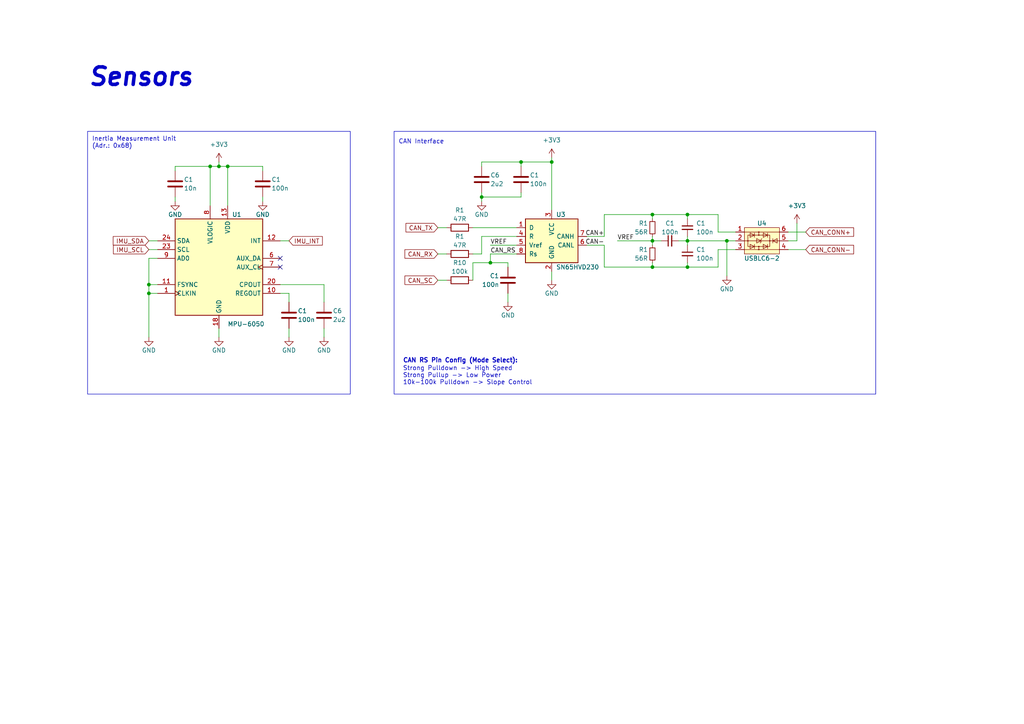
<source format=kicad_sch>
(kicad_sch (version 20230121) (generator eeschema)
  (paper "A4")
  (title_block (title "Sensors") (date "2023-08-02") (rev "R1") (company "s-grundner"))
  (lib_symbols
    (symbol "Device:C" (pin_numbers hide) (pin_names (offset 0.254))
      (property "Reference" "C" (at 0.635 2.54 0))
      (property "Value" "C" (at 0.635 -2.54 0))
      (symbol "C_0_1"
        (polyline (pts (xy -2.032 -0.762) (xy 2.032 -0.762)) (stroke (width 0.508)))
        (polyline (pts (xy -2.032 0.762) (xy 2.032 0.762)) (stroke (width 0.508)))
      )
      (symbol "C_1_1"
        (pin passive line (at 0 3.81 270) (length 2.794) (name "~") (number "1"))
        (pin passive line (at 0 -3.81 90) (length 2.794) (name "~") (number "2"))
      )
    )
    (symbol "Device:C_Small" (pin_numbers hide) (pin_names (offset 0.254) hide)
      (property "Reference" "C" (at 0.254 1.778 0))
      (property "Value" "C_Small" (at 0.254 -2.032 0))
      (symbol "C_Small_0_1"
        (polyline (pts (xy -1.524 -0.508) (xy 1.524 -0.508)) (stroke (width 0.3302)))
        (polyline (pts (xy -1.524 0.508) (xy 1.524 0.508)) (stroke (width 0.3048)))
      )
      (symbol "C_Small_1_1"
        (pin passive line (at 0 2.54 270) (length 2.032) (name "~") (number "1"))
        (pin passive line (at 0 -2.54 90) (length 2.032) (name "~") (number "2"))
      )
    )
    (symbol "Device:R" (pin_numbers hide) (pin_names (offset 0))
      (property "Reference" "R" (at 2.032 0 90))
      (property "Value" "R" (at 0 0 90))
      (symbol "R_0_1"
        (rectangle (start -1.016 -2.54) (end 1.016 2.54) (stroke (width 0.254)))
      )
      (symbol "R_1_1"
        (pin passive line (at 0 3.81 270) (length 1.27) (name "~") (number "1"))
        (pin passive line (at 0 -3.81 90) (length 1.27) (name "~") (number "2"))
      )
    )
    (symbol "Device:R_Small" (pin_numbers hide) (pin_names (offset 0.254) hide)
      (property "Reference" "R" (at 0.762 0.508 0))
      (property "Value" "R_Small" (at 0.762 -1.016 0))
      (symbol "R_Small_0_1"
        (rectangle (start -0.762 1.778) (end 0.762 -1.778) (stroke (width 0.2032)))
      )
      (symbol "R_Small_1_1"
        (pin passive line (at 0 2.54 270) (length 0.762) (name "~") (number "1"))
        (pin passive line (at 0 -2.54 90) (length 0.762) (name "~") (number "2"))
      )
    )
    (symbol "Interface_CAN_LIN:SN65HVD230" (pin_names (offset 1.016))
      (property "Reference" "U" (at -2.54 10.16 0))
      (property "Value" "SN65HVD230" (at -2.54 7.62 0))
      (symbol "SN65HVD230_0_1"
        (rectangle (start -7.62 5.08) (end 7.62 -7.62) (stroke (width 0.254)) (fill (type background)))
      )
      (symbol "SN65HVD230_1_1"
        (pin input line (at -10.16 2.54 0) (length 2.54) (name "D") (number "1"))
        (pin power_in line (at 0 -10.16 90) (length 2.54) (name "GND") (number "2"))
        (pin power_in line (at 0 7.62 270) (length 2.54) (name "VCC") (number "3"))
        (pin output line (at -10.16 0 0) (length 2.54) (name "R") (number "4"))
        (pin output line (at -10.16 -2.54 0) (length 2.54) (name "Vref") (number "5"))
        (pin bidirectional line (at 10.16 -2.54 180) (length 2.54) (name "CANL") (number "6"))
        (pin bidirectional line (at 10.16 0 180) (length 2.54) (name "CANH") (number "7"))
        (pin input line (at -10.16 -5.08 0) (length 2.54) (name "Rs") (number "8"))
      )
    )
    (symbol "Power_Protection:WE-TVS-82400102"
      (property "Reference" "U" (at 0 7.62 0))
      (property "Value" "WE-TVS-82400102" (at 0 5.08 0))
      (symbol "WE-TVS-82400102_0_1"
        (rectangle (start -5.08 3.81) (end 5.08 -3.81) (fill (type background)))
        (circle (center -4.064 0) (radius 0.127))
        (rectangle (start -4.064 1.651) (end 2.286 -1.651))
        (circle (center -0.889 -2.54) (radius 0.127))
        (circle (center -0.889 -1.651) (radius 0.127))
        (circle (center -0.889 1.651) (radius 0.127))
        (circle (center -0.889 2.54) (radius 0.127))
        (polyline (pts (xy -5.08 -2.54) (xy 5.08 -2.54)))
        (polyline (pts (xy -5.08 2.54) (xy 5.08 2.54)))
        (polyline (pts (xy -4.064 0) (xy -5.08 0)))
        (polyline (pts (xy -4.064 0) (xy 2.286 0)) (fill (type outline)))
        (polyline (pts (xy -2.159 -1.016) (xy -2.159 -2.286)))
        (polyline (pts (xy -2.159 2.286) (xy -2.159 1.016)))
        (polyline (pts (xy -0.889 -1.651) (xy -0.889 -2.413)))
        (polyline (pts (xy -0.889 1.651) (xy -0.889 2.54)))
        (polyline (pts (xy -0.508 -0.635) (xy -0.508 -0.635)))
        (polyline (pts (xy 1.651 -1.016) (xy 1.651 -2.286)))
        (polyline (pts (xy 1.651 2.286) (xy 1.651 1.016)))
        (polyline (pts (xy 2.286 0) (xy 5.08 0)))
        (polyline (pts (xy -3.429 -1.016) (xy -3.429 -2.286) (xy -2.159 -1.651) (xy -3.429 -1.016)))
        (polyline (pts (xy -3.429 1.016) (xy -3.429 2.286) (xy -2.159 1.651) (xy -3.429 1.016)))
        (polyline (pts (xy 0 0.635) (xy -0.254 0.381) (xy -0.254 -0.381) (xy -0.508 -0.635)))
        (polyline (pts (xy 0.381 -1.016) (xy 0.381 -2.286) (xy 1.651 -1.651) (xy 0.381 -1.016)))
        (polyline (pts (xy 0.381 1.016) (xy 0.381 2.286) (xy 1.651 1.651) (xy 0.381 1.016)))
        (circle (center 2.286 0) (radius 0.127))
      )
      (symbol "WE-TVS-82400102_1_1"
        (polyline (pts (xy 3.175 0.635) (xy 3.175 -0.635)))
        (polyline (pts (xy -1.524 0.635) (xy -1.524 -0.635) (xy -0.254 0) (xy -1.524 0.635)))
        (polyline (pts (xy 4.445 0.635) (xy 4.445 -0.635) (xy 3.175 0) (xy 4.445 0.635)))
        (pin passive line (at -7.62 2.54 0) (length 2.54) (name "~") (number "1"))
        (pin passive line (at -7.62 0 0) (length 2.54) (name "~") (number "2"))
        (pin passive line (at -7.62 -2.54 0) (length 2.54) (name "~") (number "3"))
        (pin passive line (at 7.62 -2.54 180) (length 2.54) (name "~") (number "4"))
        (pin passive line (at 7.62 0 180) (length 2.54) (name "~") (number "5"))
        (pin passive line (at 7.62 2.54 180) (length 2.54) (name "~") (number "6"))
      )
    )
    (symbol "Sensor_Motion:MPU-6050"
      (property "Reference" "U" (at -11.43 13.97 0))
      (property "Value" "MPU-6050" (at 7.62 -15.24 0))
      (symbol "MPU-6050_0_0"
        (text "" (at 12.7 -2.54 0) (effects (font (size 1.27 1.27))))
      )
      (symbol "MPU-6050_0_1"
        (rectangle (start -12.7 13.97) (end 12.7 -13.97) (stroke (width 0.254)) (fill (type background)))
      )
      (symbol "MPU-6050_1_1"
        (pin input clock (at -17.78 -7.62 0) (length 5.08) (name "CLKIN") (number "1"))
        (pin passive line (at 17.78 -7.62 180) (length 5.08) (name "REGOUT") (number "10"))
        (pin input line (at -17.78 -5.08 0) (length 5.08) (name "FSYNC") (number "11"))
        (pin output line (at 17.78 7.62 180) (length 5.08) (name "INT") (number "12"))
        (pin power_in line (at 2.54 17.78 270) (length 3.81) (name "VDD") (number "13"))
        (pin no_connect line (at -12.7 -10.16 0) (length 2.54) hide (name "NC") (number "14"))
        (pin no_connect line (at 12.7 12.7 180) (length 2.54) hide (name "NC") (number "15"))
        (pin no_connect line (at 12.7 10.16 180) (length 2.54) hide (name "NC") (number "16"))
        (pin no_connect line (at 12.7 5.08 180) (length 2.54) hide (name "NC") (number "17"))
        (pin power_in line (at 0 -17.78 90) (length 3.81) (name "GND") (number "18"))
        (pin no_connect line (at 12.7 -10.16 180) (length 2.54) hide (name "RESV") (number "19"))
        (pin no_connect line (at -12.7 12.7 0) (length 2.54) hide (name "NC") (number "2"))
        (pin passive line (at 17.78 -5.08 180) (length 5.08) (name "CPOUT") (number "20"))
        (pin no_connect line (at 12.7 -2.54 180) (length 2.54) hide (name "RESV") (number "21"))
        (pin no_connect line (at 12.7 -12.7 180) (length 2.54) hide (name "RESV") (number "22"))
        (pin input line (at -17.78 5.08 0) (length 5.08) (name "SCL") (number "23"))
        (pin bidirectional line (at -17.78 7.62 0) (length 5.08) (name "SDA") (number "24"))
        (pin no_connect line (at -12.7 10.16 0) (length 2.54) hide (name "NC") (number "3"))
        (pin no_connect line (at -12.7 0 0) (length 2.54) hide (name "NC") (number "4"))
        (pin no_connect line (at -12.7 -2.54 0) (length 2.54) hide (name "NC") (number "5"))
        (pin bidirectional line (at 17.78 2.54 180) (length 5.08) (name "AUX_DA") (number "6"))
        (pin output clock (at 17.78 0 180) (length 5.08) (name "AUX_CL") (number "7"))
        (pin power_in line (at -2.54 17.78 270) (length 3.81) (name "VLOGIC") (number "8"))
        (pin input line (at -17.78 2.54 0) (length 5.08) (name "AD0") (number "9"))
      )
    )
    (symbol "power:+3V3" (power) (pin_names (offset 0))
      (property "Value" "+3V3" (at 0 3.556 0))
      (symbol "+3V3_0_1"
        (polyline (pts (xy -0.762 1.27) (xy 0 2.54)))
        (polyline (pts (xy 0 0) (xy 0 2.54)))
        (polyline (pts (xy 0 2.54) (xy 0.762 1.27)))
      )
      (symbol "+3V3_1_1"
        (pin power_in line (at 0 0 90) (length 0) hide (name "+3V3") (number "1"))
      )
    )
    (symbol "power:GND" (power) (pin_names (offset 0))
      (property "Value" "GND" (at 0 -3.81 0))
      (symbol "GND_0_1"
        (polyline (pts (xy 0 0) (xy 0 -1.27) (xy 1.27 -1.27) (xy 0 -2.54) (xy -1.27 -1.27) (xy 0 -1.27)))
      )
      (symbol "GND_1_1"
        (pin power_in line (at 0 0 270) (length 0) hide (name "GND") (number "1"))
      )
    )
  )
  (junction (at 199.39 69.85))
  (junction (at 139.7 57.15))
  (junction (at 43.18 82.55))
  (junction (at 142.24 76.2))
  (junction (at 189.23 77.47))
  (junction (at 199.39 62.23))
  (junction (at 43.18 85.09))
  (junction (at 210.82 69.85))
  (junction (at 66.04 48.26))
  (junction (at 189.23 69.85))
  (junction (at 151.13 46.99))
  (junction (at 199.39 77.47))
  (junction (at 189.23 62.23))
  (junction (at 160.02 46.99))
  (junction (at 60.96 48.26))
  (junction (at 63.5 48.26))
  (no_connect (at 81.28 74.93))
  (no_connect (at 81.28 77.47))
  (wire (pts (xy 137.16 76.2) (xy 142.24 76.2)))
  (wire (pts (xy 160.02 46.99) (xy 160.02 60.96)))
  (wire (pts (xy 139.7 58.42) (xy 139.7 57.15)))
  (wire (pts (xy 228.6 72.39) (xy 233.68 72.39)))
  (wire (pts (xy 175.26 77.47) (xy 189.23 77.47)))
  (wire (pts (xy 175.26 71.12) (xy 175.26 77.47)))
  (wire (pts (xy 228.6 69.85) (xy 231.14 69.85)))
  (wire (pts (xy 208.28 67.31) (xy 208.28 62.23)))
  (wire (pts (xy 63.5 46.99) (xy 63.5 48.26)))
  (wire (pts (xy 199.39 69.85) (xy 210.82 69.85)))
  (wire (pts (xy 213.36 67.31) (xy 208.28 67.31)))
  (wire (pts (xy 76.2 48.26) (xy 66.04 48.26)))
  (wire (pts (xy 208.28 72.39) (xy 213.36 72.39)))
  (wire (pts (xy 83.82 97.79) (xy 83.82 95.25)))
  (wire (pts (xy 228.6 67.31) (xy 233.68 67.31)))
  (wire (pts (xy 149.86 68.58) (xy 139.7 68.58)))
  (wire (pts (xy 43.18 82.55) (xy 45.72 82.55)))
  (wire (pts (xy 142.24 76.2) (xy 147.32 76.2)))
  (wire (pts (xy 189.23 62.23) (xy 199.39 62.23)))
  (wire (pts (xy 50.8 57.15) (xy 50.8 58.42)))
  (wire (pts (xy 43.18 85.09) (xy 43.18 82.55)))
  (wire (pts (xy 208.28 77.47) (xy 208.28 72.39)))
  (wire (pts (xy 151.13 46.99) (xy 151.13 48.26)))
  (wire (pts (xy 43.18 69.85) (xy 45.72 69.85)))
  (wire (pts (xy 139.7 57.15) (xy 139.7 55.88)))
  (wire (pts (xy 142.24 71.12) (xy 149.86 71.12)))
  (wire (pts (xy 210.82 69.85) (xy 210.82 80.01)))
  (wire (pts (xy 179.07 69.85) (xy 189.23 69.85)))
  (wire (pts (xy 45.72 74.93) (xy 43.18 74.93)))
  (wire (pts (xy 50.8 48.26) (xy 50.8 49.53)))
  (wire (pts (xy 63.5 48.26) (xy 60.96 48.26)))
  (wire (pts (xy 199.39 62.23) (xy 208.28 62.23)))
  (wire (pts (xy 139.7 68.58) (xy 139.7 73.66)))
  (wire (pts (xy 60.96 48.26) (xy 60.96 59.69)))
  (wire (pts (xy 93.98 95.25) (xy 93.98 97.79)))
  (wire (pts (xy 43.18 85.09) (xy 43.18 97.79)))
  (wire (pts (xy 137.16 66.04) (xy 149.86 66.04)))
  (wire (pts (xy 170.18 68.58) (xy 175.26 68.58)))
  (wire (pts (xy 139.7 57.15) (xy 151.13 57.15)))
  (wire (pts (xy 199.39 77.47) (xy 208.28 77.47)))
  (wire (pts (xy 139.7 73.66) (xy 137.16 73.66)))
  (wire (pts (xy 189.23 77.47) (xy 199.39 77.47)))
  (wire (pts (xy 66.04 48.26) (xy 66.04 59.69)))
  (wire (pts (xy 83.82 85.09) (xy 83.82 87.63)))
  (wire (pts (xy 160.02 45.72) (xy 160.02 46.99)))
  (wire (pts (xy 127 81.28) (xy 129.54 81.28)))
  (wire (pts (xy 137.16 81.28) (xy 137.16 76.2)))
  (wire (pts (xy 199.39 69.85) (xy 199.39 71.12)))
  (wire (pts (xy 151.13 55.88) (xy 151.13 57.15)))
  (wire (pts (xy 175.26 62.23) (xy 189.23 62.23)))
  (wire (pts (xy 189.23 69.85) (xy 191.77 69.85)))
  (wire (pts (xy 127 73.66) (xy 129.54 73.66)))
  (wire (pts (xy 142.24 73.66) (xy 142.24 76.2)))
  (wire (pts (xy 189.23 68.58) (xy 189.23 69.85)))
  (wire (pts (xy 50.8 48.26) (xy 60.96 48.26)))
  (wire (pts (xy 210.82 69.85) (xy 213.36 69.85)))
  (wire (pts (xy 45.72 85.09) (xy 43.18 85.09)))
  (wire (pts (xy 196.85 69.85) (xy 199.39 69.85)))
  (wire (pts (xy 175.26 68.58) (xy 175.26 62.23)))
  (wire (pts (xy 139.7 46.99) (xy 151.13 46.99)))
  (wire (pts (xy 189.23 76.2) (xy 189.23 77.47)))
  (wire (pts (xy 66.04 48.26) (xy 63.5 48.26)))
  (wire (pts (xy 170.18 71.12) (xy 175.26 71.12)))
  (wire (pts (xy 76.2 48.26) (xy 76.2 49.53)))
  (wire (pts (xy 76.2 57.15) (xy 76.2 58.42)))
  (wire (pts (xy 81.28 82.55) (xy 93.98 82.55)))
  (wire (pts (xy 147.32 87.63) (xy 147.32 85.09)))
  (wire (pts (xy 83.82 69.85) (xy 81.28 69.85)))
  (wire (pts (xy 43.18 72.39) (xy 45.72 72.39)))
  (wire (pts (xy 43.18 74.93) (xy 43.18 82.55)))
  (wire (pts (xy 160.02 46.99) (xy 151.13 46.99)))
  (wire (pts (xy 139.7 46.99) (xy 139.7 48.26)))
  (wire (pts (xy 231.14 64.77) (xy 231.14 69.85)))
  (wire (pts (xy 63.5 97.79) (xy 63.5 95.25)))
  (wire (pts (xy 189.23 69.85) (xy 189.23 71.12)))
  (wire (pts (xy 199.39 62.23) (xy 199.39 63.5)))
  (wire (pts (xy 147.32 76.2) (xy 147.32 77.47)))
  (wire (pts (xy 81.28 85.09) (xy 83.82 85.09)))
  (wire (pts (xy 160.02 81.28) (xy 160.02 78.74)))
  (wire (pts (xy 199.39 68.58) (xy 199.39 69.85)))
  (wire (pts (xy 127 66.04) (xy 129.54 66.04)))
  (wire (pts (xy 142.24 73.66) (xy 149.86 73.66)))
  (wire (pts (xy 93.98 82.55) (xy 93.98 87.63)))
  (wire (pts (xy 189.23 62.23) (xy 189.23 63.5)))
  (wire (pts (xy 199.39 76.2) (xy 199.39 77.47)))
  (rectangle (start 114.3 38.1) (end 254 114.3))
  (rectangle (start 25.4 38.1) (end 101.6 114.3))
  (text "CAN RS Pin Config (Mode Select):" (at 116.84 105.41 0) (effects (font (size 1.27 1.27) (thickness 0.254) bold) (justify left bottom)))
  (text "Strong Pulldown -> High Speed\nStrong Pullup -> Low Power\n10k-100k Pulldown -> Slope Control" (at 116.84 111.76 0) (effects (font (size 1.27 1.27)) (justify left bottom)))
  (text "Sensors" (at 25.4 25.4 0) (effects (font (size 5.08 5.08) (thickness 1.016) bold italic) (justify left bottom)))
  (text "Inertia Measurement Unit\n(Adr.: 0x68)" (at 26.67 43.18 0) (effects (font (size 1.27 1.27)) (justify left bottom)))
  (text "CAN Interface" (at 115.57 41.91 0) (effects (font (size 1.27 1.27)) (justify left bottom)))
  (label "CAN+" (at 175.26 68.58 180))
  (label "VREF" (at 179.07 69.85 0))
  (label "CAN_RS" (at 142.24 73.66 0))
  (label "CAN-" (at 175.26 71.12 180))
  (label "VREF" (at 142.24 71.12 0))
  (global_label "IMU_INT" (shape input) (at 83.82 69.85 0) (property "Intersheetrefs" "${INTERSHEET_REFS}" (effects hide)))
  (global_label "CAN_SC" (shape input) (at 127 81.28 180) (property "Intersheetrefs" "${INTERSHEET_REFS}" (effects hide)))
  (global_label "IMU_SCL" (shape input) (at 43.18 72.39 180) (property "Intersheetrefs" "${INTERSHEET_REFS}" (effects hide)))
  (global_label "CAN_RX" (shape input) (at 127 73.66 180) (property "Intersheetrefs" "${INTERSHEET_REFS}" (effects hide)))
  (global_label "CAN_CONN+" (shape input) (at 233.68 67.31 0) (property "Intersheetrefs" "${INTERSHEET_REFS}" (effects hide)))
  (global_label "IMU_SDA" (shape input) (at 43.18 69.85 180) (property "Intersheetrefs" "${INTERSHEET_REFS}" (effects hide)))
  (global_label "CAN_CONN-" (shape input) (at 233.68 72.39 0) (property "Intersheetrefs" "${INTERSHEET_REFS}" (effects hide)))
  (global_label "CAN_TX" (shape input) (at 127 66.04 180) (property "Intersheetrefs" "${INTERSHEET_REFS}" (effects hide)))
  (symbol (lib_id "power:GND") (at 160.02 81.28 0) (unit 1)
    (property "Reference" "#PWR033" (effects hide))
    (property "Value" "GND" (at 160.02 85.09 0))
  )
  (symbol (lib_id "Device:C_Small") (at 199.39 73.66 0) (unit 1)
    (property "Reference" "C1" (at 201.93 72.39 0) (effects (justify left)))
    (property "Value" "100n" (at 201.93 74.93 0) (effects (justify left)))
    (property "Footprint" "Capacitor_SMD:C_0402_1005Metric" (effects hide))
    (property "LCSC Part #" "C1525" (effects hide))
    (property "Dist" "LCSC" (effects hide))
    (instances (project "STM32F4_HexGauge_V3" (path "" (reference "C1") (unit 1)) (path "" (reference "C6") (unit 1)) (path "" (reference "C23") (unit 1))))
  )
  (symbol (lib_id "Device:R_Small") (at 189.23 73.66 180) (unit 1)
    (property "Reference" "R1" (at 187.96 72.39 0) (effects (justify left)))
    (property "Value" "56R" (at 187.96 74.93 0) (effects (justify left)))
    (property "Footprint" "Resistor_SMD:R_0805_2012Metric" (effects hide))
    (property "LCSC Part #" "C17757" (effects hide))
    (property "Dist" "LCSC" (effects hide))
    (instances (project "STM32F4_HexGauge_V3" (path "" (reference "R1") (unit 1)) (path "" (reference "R1") (unit 1)) (path "" (reference "R15") (unit 1))))
  )
  (symbol (lib_id "power:GND") (at 83.82 97.79 0) (unit 1)
    (property "Reference" "#PWR038" (effects hide))
    (property "Value" "GND" (at 83.82 101.6 0))
  )
  (symbol (lib_id "Device:R") (at 133.35 73.66 90) (unit 1)
    (property "Reference" "R1" (at 133.35 68.58 90))
    (property "Value" "47R" (at 133.35 71.12 90))
    (property "Footprint" "Resistor_SMD:R_0402_1005Metric" (effects hide))
    (property "LCSC Part #" "C25118" (effects hide))
    (property "Dist" "LCSC" (effects hide))
    (instances (project "STM32F4_HexGauge_V3" (path "" (reference "R1") (unit 1)) (path "" (reference "R1") (unit 1)) (path "" (reference "R14") (unit 1))))
  )
  (symbol (lib_id "Device:C") (at 76.2 53.34 0) (unit 1)
    (property "Reference" "C1" (at 78.74 52.07 0) (effects (justify left)))
    (property "Value" "100n" (at 78.74 54.61 0) (effects (justify left)))
    (property "Footprint" "Capacitor_SMD:C_0402_1005Metric" (effects hide))
    (property "LCSC Part #" "C1525" (effects hide))
    (property "Dist" "LCSC" (effects hide))
    (instances (project "STM32F4_HexGauge_V3" (path "" (reference "C1") (unit 1)) (path "" (reference "C6") (unit 1)) (path "" (reference "C20") (unit 1))))
  )
  (symbol (lib_id "Power_Protection:WE-TVS-82400102") (at 220.98 69.85 0) (unit 1)
    (property "Reference" "U4" (at 220.98 64.77 0))
    (property "Value" "USBLC6-2" (at 220.98 74.93 0))
    (property "Footprint" "Package_TO_SOT_SMD:SOT-23-6" (effects hide))
    (property "Datasheet" "https://www.st.com/resource/en/datasheet/usblc6-2.pdf" (effects hide))
    (property "LCSC Part #" "C7519" (effects hide))
    (property "Dist" "Mouser" (effects hide))
  )
  (symbol (lib_id "power:GND") (at 50.8 58.42 0) (unit 1)
    (property "Reference" "#PWR028" (effects hide))
    (property "Value" "GND" (at 50.8 62.23 0))
  )
  (symbol (lib_id "Interface_CAN_LIN:SN65HVD230") (at 160.02 68.58 0) (unit 1)
    (property "Reference" "U3" (at 161.29 62.23 0) (effects (justify left)))
    (property "Value" "SN65HVD230" (at 161.29 77.47 0) (effects (justify left)))
    (property "Footprint" "Package_SO:SOIC-8_3.9x4.9mm_P1.27mm" (effects hide))
    (property "Datasheet" "https://www.ti.com/lit/ds/symlink/sn65hvd230.pdf?ts=1690907179673" (effects hide))
    (property "LCSC Part #" "C12084" (effects hide))
    (property "Dist" "LCSC" (effects hide))
  )
  (symbol (lib_id "power:GND") (at 76.2 58.42 0) (unit 1)
    (property "Reference" "#PWR029" (effects hide))
    (property "Value" "GND" (at 76.2 62.23 0))
  )
  (symbol (lib_id "Device:R") (at 133.35 66.04 90) (unit 1)
    (property "Reference" "R1" (at 133.35 60.96 90))
    (property "Value" "47R" (at 133.35 63.5 90))
    (property "Footprint" "Resistor_SMD:R_0402_1005Metric" (effects hide))
    (property "LCSC Part #" "C25118" (effects hide))
    (property "Dist" "LCSC" (effects hide))
    (instances (project "STM32F4_HexGauge_V3" (path "" (reference "R1") (unit 1)) (path "" (reference "R1") (unit 1)) (path "" (reference "R12") (unit 1))))
  )
  (symbol (lib_id "power:+3V3") (at 231.14 64.77 0) (unit 1)
    (property "Reference" "#PWR01" (effects hide))
    (property "Value" "+3V3" (at 231.14 59.69 0))
    (instances (project "STM32F4_HexGauge_V3" (path "" (reference "#PWR01") (unit 1)) (path "" (reference "#PWR01") (unit 1)) (path "" (reference "#PWR031") (unit 1))))
  )
  (symbol (lib_id "Device:C_Small") (at 194.31 69.85 90) (unit 1)
    (property "Reference" "C1" (at 194.31 64.77 90))
    (property "Value" "100n" (at 194.31 67.31 90))
    (property "Footprint" "Capacitor_SMD:C_0402_1005Metric" (effects hide))
    (property "LCSC Part #" "C1525" (effects hide))
    (property "Dist" "LCSC" (effects hide))
    (instances (project "STM32F4_HexGauge_V3" (path "" (reference "C1") (unit 1)) (path "" (reference "C6") (unit 1)) (path "" (reference "C22") (unit 1))))
  )
  (symbol (lib_id "Device:C") (at 93.98 91.44 0) (unit 1)
    (property "Reference" "C6" (at 96.52 90.17 0) (effects (justify left)))
    (property "Value" "2u2" (at 96.52 92.71 0) (effects (justify left)))
    (property "Footprint" "Capacitor_SMD:C_0603_1608Metric" (effects hide))
    (property "LCSC Part #" "C23630" (effects hide))
    (property "Dist" "LCSC" (effects hide))
    (instances (project "STM32F4_HexGauge_V3" (path "" (reference "C6") (unit 1)) (path "" (reference "C1") (unit 1)) (path "" (reference "C26") (unit 1))))
  )
  (symbol (lib_id "Sensor_Motion:MPU-6050") (at 63.5 77.47 0) (unit 1)
    (property "Reference" "U1" (at 67.31 62.23 0) (effects (justify left)))
    (property "Value" "MPU-6050" (at 66.04 93.98 0) (effects (justify left)))
    (property "Footprint" "Sensor_Motion:InvenSense_QFN-24_4x4mm_P0.5mm" (effects hide))
    (property "Datasheet" "https://invensense.tdk.com/wp-content/uploads/2015/02/MPU-6000-Datasheet1.pdf" (effects hide))
    (property "LCSC Part #" "C24112" (effects hide))
    (property "Dist" "LCSC" (effects hide))
    (instances (project "STM32F4_HexGauge_V3" (path "" (reference "U1") (unit 1)) (path "" (reference "U5") (unit 1))))
  )
  (symbol (lib_id "power:GND") (at 147.32 87.63 0) (unit 1)
    (property "Reference" "#PWR035" (effects hide))
    (property "Value" "GND" (at 147.32 91.44 0))
  )
  (symbol (lib_id "power:GND") (at 43.18 97.79 0) (unit 1)
    (property "Reference" "#PWR036" (effects hide))
    (property "Value" "GND" (at 43.18 101.6 0))
  )
  (symbol (lib_id "Device:C") (at 151.13 52.07 0) (unit 1)
    (property "Reference" "C1" (at 153.67 50.8 0) (effects (justify left)))
    (property "Value" "100n" (at 153.67 53.34 0) (effects (justify left)))
    (property "Footprint" "Capacitor_SMD:C_0402_1005Metric" (effects hide))
    (property "LCSC Part #" "C1525" (effects hide))
    (property "Dist" "LCSC" (effects hide))
    (instances (project "STM32F4_HexGauge_V3" (path "" (reference "C1") (unit 1)) (path "" (reference "C6") (unit 1)) (path "" (reference "C18") (unit 1))))
  )
  (symbol (lib_id "Device:C") (at 139.7 52.07 0) (unit 1)
    (property "Reference" "C6" (at 142.24 50.8 0) (effects (justify left)))
    (property "Value" "2u2" (at 142.24 53.34 0) (effects (justify left)))
    (property "Footprint" "Capacitor_SMD:C_0603_1608Metric" (effects hide))
    (property "LCSC Part #" "C23630" (effects hide))
    (property "Dist" "LCSC" (effects hide))
    (instances (project "STM32F4_HexGauge_V3" (path "" (reference "C6") (unit 1)) (path "" (reference "C1") (unit 1)) (path "" (reference "C17") (unit 1))))
  )
  (symbol (lib_id "Device:C_Small") (at 199.39 66.04 0) (unit 1)
    (property "Reference" "C1" (at 201.93 64.77 0) (effects (justify left)))
    (property "Value" "100n" (at 201.93 67.31 0) (effects (justify left)))
    (property "Footprint" "Capacitor_SMD:C_0402_1005Metric" (effects hide))
    (property "LCSC Part #" "C1525" (effects hide))
    (property "Dist" "LCSC" (effects hide))
    (instances (project "STM32F4_HexGauge_V3" (path "" (reference "C1") (unit 1)) (path "" (reference "C6") (unit 1)) (path "" (reference "C21") (unit 1))))
  )
  (symbol (lib_id "power:GND") (at 139.7 58.42 0) (unit 1)
    (property "Reference" "#PWR030" (effects hide))
    (property "Value" "GND" (at 139.7 62.23 0))
  )
  (symbol (lib_id "power:GND") (at 93.98 97.79 0) (unit 1)
    (property "Reference" "#PWR039" (effects hide))
    (property "Value" "GND" (at 93.98 101.6 0))
  )
  (symbol (lib_id "Device:R") (at 133.35 81.28 90) (unit 1)
    (property "Reference" "R10" (at 133.35 76.2 90))
    (property "Value" "100k" (at 133.35 78.74 90))
    (property "Footprint" "Resistor_SMD:R_0402_1005Metric" (effects hide))
    (property "LCSC Part #" "C25741" (effects hide))
    (property "Dist" "LCSC" (effects hide))
    (instances (project "STM32F4_HexGauge_V3" (path "" (reference "R10") (unit 1)) (path "" (reference "R16") (unit 1))))
  )
  (symbol (lib_id "Device:R_Small") (at 189.23 66.04 180) (unit 1)
    (property "Reference" "R1" (at 187.96 64.77 0) (effects (justify left)))
    (property "Value" "56R" (at 187.96 67.31 0) (effects (justify left)))
    (property "Footprint" "Resistor_SMD:R_0805_2012Metric" (effects hide))
    (property "LCSC Part #" "C17757" (effects hide))
    (property "Dist" "LCSC" (effects hide))
    (instances (project "STM32F4_HexGauge_V3" (path "" (reference "R1") (unit 1)) (path "" (reference "R1") (unit 1)) (path "" (reference "R13") (unit 1))))
  )
  (symbol (lib_id "power:GND") (at 210.82 80.01 0) (unit 1)
    (property "Reference" "#PWR032" (effects hide))
    (property "Value" "GND" (at 210.82 83.82 0))
  )
  (symbol (lib_id "Device:C") (at 147.32 81.28 0) (unit 1)
    (property "Reference" "C1" (at 144.78 80.01 0) (effects (justify right)))
    (property "Value" "100n" (at 144.78 82.55 0) (effects (justify right)))
    (property "Footprint" "Capacitor_SMD:C_0402_1005Metric" (effects hide))
    (property "LCSC Part #" "C1525" (effects hide))
    (property "Dist" "LCSC" (effects hide))
    (instances (project "STM32F4_HexGauge_V3" (path "" (reference "C1") (unit 1)) (path "" (reference "C6") (unit 1)) (path "" (reference "C24") (unit 1))))
  )
  (symbol (lib_id "power:+3V3") (at 160.02 45.72 0) (unit 1)
    (property "Reference" "#PWR01" (effects hide))
    (property "Value" "+3V3" (at 160.02 40.64 0))
    (instances (project "STM32F4_HexGauge_V3" (path "" (reference "#PWR01") (unit 1)) (path "" (reference "#PWR01") (unit 1)) (path "" (reference "#PWR026") (unit 1))))
  )
  (symbol (lib_id "Device:C") (at 83.82 91.44 0) (unit 1)
    (property "Reference" "C1" (at 86.36 90.17 0) (effects (justify left)))
    (property "Value" "100n" (at 86.36 92.71 0) (effects (justify left)))
    (property "Footprint" "Capacitor_SMD:C_0402_1005Metric" (effects hide))
    (property "LCSC Part #" "C1525" (effects hide))
    (property "Dist" "LCSC" (effects hide))
    (instances (project "STM32F4_HexGauge_V3" (path "" (reference "C1") (unit 1)) (path "" (reference "C6") (unit 1)) (path "" (reference "C25") (unit 1))))
  )
  (symbol (lib_id "power:+3V3") (at 63.5 46.99 0) (unit 1)
    (property "Reference" "#PWR01" (effects hide))
    (property "Value" "+3V3" (at 63.5 41.91 0))
    (instances (project "STM32F4_HexGauge_V3" (path "" (reference "#PWR01") (unit 1)) (path "" (reference "#PWR01") (unit 1)) (path "" (reference "#PWR027") (unit 1))))
  )
  (symbol (lib_id "power:GND") (at 63.5 97.79 0) (unit 1)
    (property "Reference" "#PWR037" (effects hide))
    (property "Value" "GND" (at 63.5 101.6 0))
  )
  (symbol (lib_id "Device:C") (at 50.8 53.34 0) (unit 1)
    (property "Reference" "C1" (at 53.34 52.07 0) (effects (justify left)))
    (property "Value" "10n" (at 53.34 54.61 0) (effects (justify left)))
    (property "Footprint" "Capacitor_SMD:C_0402_1005Metric" (effects hide))
    (property "LCSC Part #" "C15195" (effects hide))
    (property "Dist" "LCSC" (effects hide))
    (instances (project "STM32F4_HexGauge_V3" (path "" (reference "C1") (unit 1)) (path "" (reference "C6") (unit 1)) (path "" (reference "C19") (unit 1))))
  )
)
</source>
